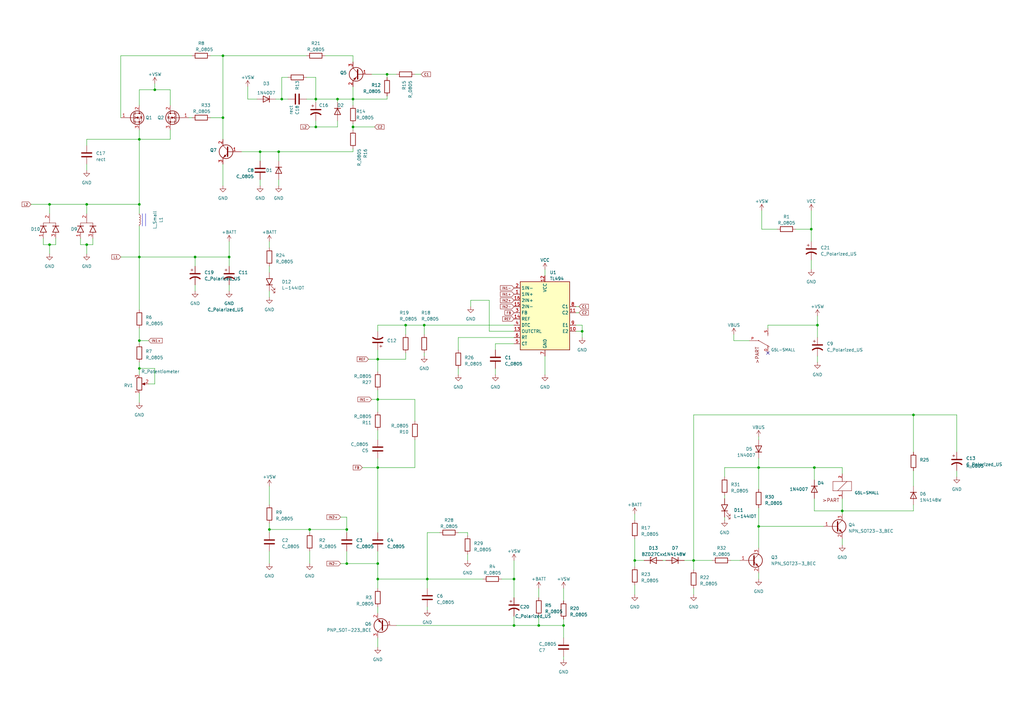
<source format=kicad_sch>
(kicad_sch (version 20230121) (generator eeschema)
  (paper "A3")
  (junction (at 345.44 209.55))
  (junction (at 284.48 229.87))
  (junction (at 110.49 217.17))
  (junction (at 35.56 83.82))
  (junction (at 129.54 52.07))
  (junction (at 106.68 62.23))
  (junction (at 154.94 231.14))
  (junction (at 175.26 237.49))
  (junction (at 129.54 40.64))
  (junction (at 91.44 48.26))
  (junction (at 335.28 133.35))
  (junction (at 260.35 229.87))
  (junction (at 138.43 40.64))
  (junction (at 57.15 105.41))
  (junction (at 210.82 237.49))
  (junction (at 231.14 256.54))
  (junction (at 115.57 40.64))
  (junction (at 210.82 256.54))
  (junction (at 35.56 100.33))
  (junction (at 332.74 93.98))
  (junction (at 220.98 256.54))
  (junction (at 114.3 62.23))
  (junction (at 311.15 215.9))
  (junction (at 144.78 52.07))
  (junction (at 63.5 36.83))
  (junction (at 57.15 139.7))
  (junction (at 20.32 83.82))
  (junction (at 154.94 163.83))
  (junction (at 154.94 147.32))
  (junction (at 91.44 22.86))
  (junction (at 20.32 100.33))
  (junction (at 158.75 30.48))
  (junction (at 57.15 57.15))
  (junction (at 154.94 191.77))
  (junction (at 144.78 40.64))
  (junction (at 142.24 217.17))
  (junction (at 374.65 170.18))
  (junction (at 80.01 105.41))
  (junction (at 127 217.17))
  (junction (at 142.24 231.14))
  (junction (at 154.94 237.49))
  (junction (at 334.01 191.77))
  (junction (at 93.98 105.41))
  (junction (at 311.15 191.77))
  (junction (at 57.15 83.82))
  (junction (at 238.76 135.89))
  (junction (at 173.99 133.35))
  (junction (at 166.37 133.35))
  (junction (at 57.15 151.13))
  (no_connect (at 314.96 144.78))
  (wire (pts (xy 175.26 241.3) (xy 175.26 237.49)))
  (wire (pts (xy 334.01 209.55) (xy 345.44 209.55)))
  (wire (pts (xy 20.32 100.33) (xy 20.32 104.14)))
  (wire (pts (xy 238.76 133.35) (xy 238.76 135.89)))
  (wire (pts (xy 312.42 93.98) (xy 318.77 93.98)))
  (wire (pts (xy 144.78 50.8) (xy 144.78 52.07)))
  (wire (pts (xy 144.78 52.07) (xy 144.78 53.34)))
  (wire (pts (xy 154.94 180.34) (xy 154.94 176.53)))
  (wire (pts (xy 144.78 62.23) (xy 114.3 62.23)))
  (wire (pts (xy 345.44 204.47) (xy 345.44 209.55)))
  (wire (pts (xy 311.15 208.28) (xy 311.15 215.9)))
  (wire (pts (xy 57.15 139.7) (xy 57.15 140.97)))
  (wire (pts (xy 238.76 135.89) (xy 238.76 138.43)))
  (wire (pts (xy 154.94 226.06) (xy 154.94 231.14)))
  (wire (pts (xy 154.94 248.92) (xy 154.94 251.46)))
  (wire (pts (xy 162.56 256.54) (xy 210.82 256.54)))
  (wire (pts (xy 191.77 218.44) (xy 191.77 219.71)))
  (wire (pts (xy 175.26 218.44) (xy 175.26 237.49)))
  (wire (pts (xy 311.15 191.77) (xy 334.01 191.77)))
  (wire (pts (xy 297.18 203.2) (xy 297.18 204.47)))
  (wire (pts (xy 93.98 105.41) (xy 80.01 105.41)))
  (wire (pts (xy 35.56 67.31) (xy 35.56 69.85)))
  (wire (pts (xy 78.74 48.26) (xy 77.47 48.26)))
  (wire (pts (xy -44.45 -17.78) (xy -40.64 -17.78)))
  (wire (pts (xy 311.15 191.77) (xy 311.15 187.96)))
  (wire (pts (xy 129.54 31.75) (xy 129.54 40.64)))
  (wire (pts (xy 127 217.17) (xy 110.49 217.17)))
  (wire (pts (xy 110.49 199.39) (xy 110.49 207.01)))
  (wire (pts (xy 129.54 52.07) (xy 138.43 52.07)))
  (wire (pts (xy 110.49 226.06) (xy 110.49 231.14)))
  (wire (pts (xy 203.2 140.97) (xy 203.2 143.51)))
  (wire (pts (xy 49.53 22.86) (xy 49.53 48.26)))
  (wire (pts (xy 106.68 62.23) (xy 114.3 62.23)))
  (wire (pts (xy 38.1 97.79) (xy 38.1 100.33)))
  (wire (pts (xy 144.78 40.64) (xy 158.75 40.64)))
  (wire (pts (xy 106.68 62.23) (xy 106.68 66.04)))
  (wire (pts (xy 91.44 22.86) (xy 125.73 22.86)))
  (wire (pts (xy 166.37 133.35) (xy 166.37 137.16)))
  (wire (pts (xy 154.94 191.77) (xy 148.59 191.77)))
  (wire (pts (xy 236.22 133.35) (xy 238.76 133.35)))
  (wire (pts (xy 187.96 218.44) (xy 191.77 218.44)))
  (wire (pts (xy 210.82 256.54) (xy 220.98 256.54)))
  (wire (pts (xy 22.86 100.33) (xy 20.32 100.33)))
  (wire (pts (xy 33.02 100.33) (xy 33.02 97.79)))
  (wire (pts (xy 175.26 237.49) (xy 198.12 237.49)))
  (wire (pts (xy 38.1 100.33) (xy 35.56 100.33)))
  (wire (pts (xy 311.15 224.79) (xy 311.15 215.9)))
  (wire (pts (xy 57.15 127) (xy 57.15 105.41)))
  (wire (pts (xy 154.94 237.49) (xy 154.94 231.14)))
  (wire (pts (xy 231.14 254) (xy 231.14 256.54)))
  (wire (pts (xy 154.94 147.32) (xy 154.94 143.51)))
  (wire (pts (xy 284.48 241.3) (xy 284.48 243.84)))
  (wire (pts (xy 127 52.07) (xy 129.54 52.07)))
  (wire (pts (xy 49.53 105.41) (xy 57.15 105.41)))
  (wire (pts (xy 93.98 105.41) (xy 93.98 109.22)))
  (wire (pts (xy -40.64 -24.13) (xy -40.64 -21.59)))
  (wire (pts (xy 20.32 87.63) (xy 20.32 83.82)))
  (wire (pts (xy -10.16 -21.59) (xy -10.16 -24.13)))
  (wire (pts (xy 91.44 22.86) (xy 86.36 22.86)))
  (wire (pts (xy 271.78 229.87) (xy 273.05 229.87)))
  (wire (pts (xy 154.94 261.62) (xy 154.94 265.43)))
  (wire (pts (xy 142.24 226.06) (xy 142.24 231.14)))
  (wire (pts (xy 220.98 241.3) (xy 220.98 245.11)))
  (wire (pts (xy 154.94 163.83) (xy 154.94 160.02)))
  (wire (pts (xy 129.54 41.91) (xy 129.54 40.64)))
  (wire (pts (xy 334.01 191.77) (xy 345.44 191.77)))
  (wire (pts (xy 374.65 170.18) (xy 284.48 170.18)))
  (wire (pts (xy 231.14 256.54) (xy 231.14 261.62)))
  (wire (pts (xy 335.28 146.05) (xy 335.28 148.59)))
  (wire (pts (xy 335.28 133.35) (xy 335.28 138.43)))
  (wire (pts (xy 154.94 147.32) (xy 166.37 147.32)))
  (wire (pts (xy 110.49 119.38) (xy 110.49 121.92)))
  (wire (pts (xy 106.68 73.66) (xy 106.68 76.2)))
  (wire (pts (xy 154.94 133.35) (xy 166.37 133.35)))
  (wire (pts (xy 91.44 67.31) (xy 91.44 76.2)))
  (wire (pts (xy 118.11 31.75) (xy 115.57 31.75)))
  (wire (pts (xy 129.54 40.64) (xy 138.43 40.64)))
  (wire (pts (xy 154.94 237.49) (xy 175.26 237.49)))
  (wire (pts (xy 114.3 66.04) (xy 114.3 62.23)))
  (wire (pts (xy 63.5 157.48) (xy 63.5 151.13)))
  (wire (pts (xy 203.2 151.13) (xy 203.2 153.67)))
  (wire (pts (xy 158.75 30.48) (xy 158.75 31.75)))
  (wire (pts (xy 78.74 22.86) (xy 49.53 22.86)))
  (wire (pts (xy 91.44 22.86) (xy 91.44 48.26)))
  (wire (pts (xy 154.94 152.4) (xy 154.94 147.32)))
  (wire (pts (xy 57.15 57.15) (xy 69.85 57.15)))
  (polyline (pts (xy 59.69 92.71) (xy 59.69 87.63)))
  (wire (pts (xy 63.5 151.13) (xy 57.15 151.13)))
  (wire (pts (xy 374.65 209.55) (xy 345.44 209.55)))
  (wire (pts (xy 35.56 83.82) (xy 57.15 83.82)))
  (wire (pts (xy 284.48 170.18) (xy 284.48 229.87)))
  (wire (pts (xy 297.18 191.77) (xy 311.15 191.77)))
  (wire (pts (xy 297.18 212.09) (xy 297.18 213.36)))
  (wire (pts (xy 144.78 22.86) (xy 144.78 25.4)))
  (wire (pts (xy 345.44 191.77) (xy 345.44 194.31)))
  (wire (pts (xy 57.15 148.59) (xy 57.15 151.13)))
  (wire (pts (xy 142.24 212.09) (xy 142.24 217.17)))
  (wire (pts (xy 284.48 229.87) (xy 284.48 233.68)))
  (wire (pts (xy 129.54 52.07) (xy 129.54 49.53)))
  (wire (pts (xy 93.98 99.06) (xy 93.98 105.41)))
  (wire (pts (xy 57.15 105.41) (xy 80.01 105.41)))
  (wire (pts (xy 114.3 73.66) (xy 114.3 76.2)))
  (wire (pts (xy 57.15 151.13) (xy 57.15 153.67)))
  (wire (pts (xy 127 218.44) (xy 127 217.17)))
  (wire (pts (xy 311.15 215.9) (xy 337.82 215.9)))
  (wire (pts (xy 80.01 105.41) (xy 80.01 109.22)))
  (wire (pts (xy 63.5 34.29) (xy 63.5 36.83)))
  (wire (pts (xy 110.49 109.22) (xy 110.49 111.76)))
  (wire (pts (xy 162.56 30.48) (xy 158.75 30.48)))
  (wire (pts (xy 191.77 227.33) (xy 191.77 229.87)))
  (wire (pts (xy 300.99 137.16) (xy 300.99 139.7)))
  (wire (pts (xy -15.24 -21.59) (xy -10.16 -21.59)))
  (wire (pts (xy 332.74 86.36) (xy 332.74 93.98)))
  (wire (pts (xy 152.4 30.48) (xy 158.75 30.48)))
  (wire (pts (xy 200.66 123.19) (xy 200.66 135.89)))
  (wire (pts (xy 20.32 100.33) (xy 17.78 100.33)))
  (wire (pts (xy 374.65 170.18) (xy 374.65 185.42)))
  (wire (pts (xy 284.48 229.87) (xy 292.1 229.87)))
  (wire (pts (xy 110.49 99.06) (xy 110.49 101.6)))
  (wire (pts (xy 144.78 60.96) (xy 144.78 62.23)))
  (wire (pts (xy 144.78 40.64) (xy 144.78 43.18)))
  (wire (pts (xy -15.24 -17.78) (xy -10.16 -17.78)))
  (wire (pts (xy 210.82 133.35) (xy 173.99 133.35)))
  (wire (pts (xy 173.99 133.35) (xy 173.99 137.16)))
  (wire (pts (xy 237.49 128.27) (xy 236.22 128.27)))
  (wire (pts (xy 91.44 48.26) (xy 91.44 57.15)))
  (wire (pts (xy 220.98 256.54) (xy 231.14 256.54)))
  (wire (pts (xy 127 217.17) (xy 142.24 217.17)))
  (wire (pts (xy 125.73 31.75) (xy 129.54 31.75)))
  (wire (pts (xy 101.6 40.64) (xy 105.41 40.64)))
  (wire (pts (xy 63.5 36.83) (xy 69.85 36.83)))
  (wire (pts (xy 311.15 179.07) (xy 311.15 180.34)))
  (wire (pts (xy 312.42 93.98) (xy 312.42 86.36)))
  (wire (pts (xy 35.56 83.82) (xy 35.56 87.63)))
  (wire (pts (xy 392.43 193.04) (xy 392.43 195.58)))
  (wire (pts (xy 332.74 106.68) (xy 332.74 110.49)))
  (wire (pts (xy 170.18 172.72) (xy 170.18 163.83)))
  (wire (pts (xy 139.7 231.14) (xy 142.24 231.14)))
  (wire (pts (xy 205.74 237.49) (xy 210.82 237.49)))
  (wire (pts (xy 345.44 220.98) (xy 345.44 223.52)))
  (wire (pts (xy 392.43 170.18) (xy 374.65 170.18)))
  (wire (pts (xy -10.16 -17.78) (xy -10.16 -13.97)))
  (wire (pts (xy 154.94 237.49) (xy 154.94 241.3)))
  (wire (pts (xy 210.82 140.97) (xy 203.2 140.97)))
  (wire (pts (xy 210.82 237.49) (xy 210.82 245.11)))
  (wire (pts (xy 151.13 147.32) (xy 154.94 147.32)))
  (wire (pts (xy 142.24 231.14) (xy 154.94 231.14)))
  (wire (pts (xy 314.96 133.35) (xy 335.28 133.35)))
  (wire (pts (xy 142.24 217.17) (xy 142.24 218.44)))
  (wire (pts (xy 99.06 62.23) (xy 106.68 62.23)))
  (wire (pts (xy 60.96 157.48) (xy 63.5 157.48)))
  (wire (pts (xy 35.56 100.33) (xy 35.56 104.14)))
  (wire (pts (xy 187.96 138.43) (xy 187.96 143.51)))
  (wire (pts (xy 133.35 22.86) (xy 144.78 22.86)))
  (wire (pts (xy 326.39 93.98) (xy 332.74 93.98)))
  (wire (pts (xy 260.35 229.87) (xy 264.16 229.87)))
  (wire (pts (xy 138.43 40.64) (xy 144.78 40.64)))
  (wire (pts (xy 138.43 41.91) (xy 138.43 40.64)))
  (wire (pts (xy 86.36 48.26) (xy 91.44 48.26)))
  (wire (pts (xy 154.94 163.83) (xy 152.4 163.83)))
  (wire (pts (xy 154.94 168.91) (xy 154.94 163.83)))
  (wire (pts (xy 154.94 191.77) (xy 154.94 187.96)))
  (wire (pts (xy 220.98 252.73) (xy 220.98 256.54)))
  (wire (pts (xy -40.64 -17.78) (xy -40.64 -13.97)))
  (wire (pts (xy 335.28 133.35) (xy 335.28 129.54)))
  (wire (pts (xy 80.01 116.84) (xy 80.01 119.38)))
  (wire (pts (xy 237.49 125.73) (xy 236.22 125.73)))
  (wire (pts (xy 57.15 53.34) (xy 57.15 57.15)))
  (wire (pts (xy 138.43 52.07) (xy 138.43 49.53)))
  (wire (pts (xy 57.15 57.15) (xy 57.15 83.82)))
  (wire (pts (xy 260.35 210.82) (xy 260.35 213.36)))
  (wire (pts (xy 57.15 134.62) (xy 57.15 139.7)))
  (wire (pts (xy 22.86 97.79) (xy 22.86 100.33)))
  (wire (pts (xy 115.57 40.64) (xy 118.11 40.64)))
  (wire (pts (xy 187.96 151.13) (xy 187.96 153.67)))
  (wire (pts (xy 158.75 39.37) (xy 158.75 40.64)))
  (wire (pts (xy 144.78 35.56) (xy 144.78 40.64)))
  (wire (pts (xy 311.15 234.95) (xy 311.15 237.49)))
  (wire (pts (xy 236.22 135.89) (xy 238.76 135.89)))
  (wire (pts (xy 299.72 229.87) (xy 303.53 229.87)))
  (wire (pts (xy 223.52 110.49) (xy 223.52 113.03)))
  (wire (pts (xy 57.15 36.83) (xy 57.15 43.18)))
  (wire (pts (xy 180.34 218.44) (xy 175.26 218.44)))
  (wire (pts (xy 260.35 229.87) (xy 260.35 232.41)))
  (wire (pts (xy 374.65 207.01) (xy 374.65 209.55)))
  (wire (pts (xy 332.74 93.98) (xy 332.74 99.06)))
  (wire (pts (xy -40.64 -21.59) (xy -44.45 -21.59)))
  (wire (pts (xy 154.94 218.44) (xy 154.94 191.77)))
  (wire (pts (xy 231.14 270.51) (xy 231.14 269.24)))
  (wire (pts (xy 93.98 116.84) (xy 93.98 119.38)))
  (wire (pts (xy 170.18 163.83) (xy 154.94 163.83)))
  (wire (pts (xy 154.94 135.89) (xy 154.94 133.35)))
  (wire (pts (xy 110.49 217.17) (xy 110.49 218.44)))
  (wire (pts (xy 210.82 229.87) (xy 210.82 237.49)))
  (wire (pts (xy 115.57 40.64) (xy 115.57 31.75)))
  (wire (pts (xy 60.96 139.7) (xy 57.15 139.7)))
  (wire (pts (xy 127 226.06) (xy 127 231.14)))
  (wire (pts (xy 392.43 170.18) (xy 392.43 185.42)))
  (wire (pts (xy 193.04 123.19) (xy 200.66 123.19)))
  (wire (pts (xy 17.78 100.33) (xy 17.78 97.79)))
  (wire (pts (xy 110.49 214.63) (xy 110.49 217.17)))
  (wire (pts (xy 154.94 191.77) (xy 170.18 191.77)))
  (wire (pts (xy 101.6 35.56) (xy 101.6 40.64)))
  (wire (pts (xy 12.7 83.82) (xy 20.32 83.82)))
  (wire (pts (xy 223.52 146.05) (xy 223.52 153.67)))
  (wire (pts (xy 175.26 248.92) (xy 175.26 250.19)))
  (wire (pts (xy 200.66 135.89) (xy 210.82 135.89)))
  (wire (pts (xy 297.18 195.58) (xy 297.18 191.77)))
  (wire (pts (xy 345.44 209.55) (xy 345.44 210.82)))
  (wire (pts (xy 139.7 212.09) (xy 142.24 212.09)))
  (wire (pts (xy 35.56 100.33) (xy 33.02 100.33)))
  (wire (pts (xy 311.15 191.77) (xy 311.15 200.66)))
  (wire (pts (xy 374.65 193.04) (xy 374.65 199.39)))
  (wire (pts (xy 170.18 30.48) (xy 172.72 30.48)))
  (wire (pts (xy 35.56 57.15) (xy 35.56 59.69)))
  (polyline (pts (xy 58.42 92.71) (xy 58.42 87.63)))
  (wire (pts (xy 113.03 40.64) (xy 115.57 40.64)))
  (wire (pts (xy 300.99 139.7) (xy 307.34 139.7)))
  (wire (pts (xy 193.04 125.73) (xy 193.04 123.19)))
  (wire (pts (xy 173.99 144.78) (xy 173.99 146.05)))
  (wire (pts (xy 210.82 138.43) (xy 187.96 138.43)))
  (wire (pts (xy 57.15 161.29) (xy 57.15 165.1)))
  (wire (pts (xy 57.15 36.83) (xy 63.5 36.83)))
  (wire (pts (xy 314.96 133.35) (xy 314.96 134.62)))
  (wire (pts (xy 280.67 229.87) (xy 284.48 229.87)))
  (wire (pts (xy 231.14 241.3) (xy 231.14 246.38)))
  (wire (pts (xy 260.35 240.03) (xy 260.35 243.84)))
  (wire (pts (xy 173.99 133.35) (xy 166.37 133.35)))
  (wire (pts (xy 166.37 144.78) (xy 166.37 147.32)))
  (wire (pts (xy 334.01 204.47) (xy 334.01 209.55)))
  (wire (pts (xy 20.32 83.82) (xy 35.56 83.82)))
  (wire (pts (xy 69.85 36.83) (xy 69.85 43.18)))
  (wire (pts (xy 334.01 191.77) (xy 334.01 196.85)))
  (wire (pts (xy 57.15 92.71) (xy 57.15 105.41)))
  (wire (pts (xy 144.78 52.07) (xy 153.67 52.07)))
  (wire (pts (xy 210.82 252.73) (xy 210.82 256.54)))
  (wire (pts (xy 125.73 40.64) (xy 129.54 40.64)))
  (wire (pts (xy 260.35 220.98) (xy 260.35 229.87)))
  (wire (pts (xy 170.18 180.34) (xy 170.18 191.77)))
  (wire (pts (xy 57.15 83.82) (xy 57.15 87.63)))
  (wire (pts (xy 35.56 57.15) (xy 57.15 57.15)))
  (wire (pts (xy 69.85 57.15) (xy 69.85 53.34)))
  (global_label "L2" (shape input) (at 127 52.07 180) (effects (font (size 1 1))) (property "Intersheetrefs" "${INTERSHEET_REFS}" (effects hide)))
  (global_label "C1" (shape input) (at 172.72 30.48 0) (effects (font (size 1 1))) (property "Intersheetrefs" "${INTERSHEET_REFS}" (effects hide)))
  (global_label "L2" (shape input) (at 12.7 83.82 180) (effects (font (size 1 1))) (property "Intersheetrefs" "${INTERSHEET_REFS}" (effects hide)))
  (global_label "C1" (shape input) (at 237.49 125.73 0) (effects (font (size 1 1))) (property "Intersheetrefs" "${INTERSHEET_REFS}" (effects hide)))
  (global_label "IN2+" (shape input) (at 139.7 212.09 180) (effects (font (size 1 1))) (property "Intersheetrefs" "${INTERSHEET_REFS}" (effects hide)))
  (global_label "IN1+" (shape input) (at 60.96 139.7 0) (effects (font (size 1 1))) (property "Intersheetrefs" "${INTERSHEET_REFS}" (effects hide)))
  (global_label "IN2+" (shape input) (at 210.82 123.19 180) (effects (font (size 1 1))) (property "Intersheetrefs" "${INTERSHEET_REFS}" (effects hide)))
  (global_label "IN1-" (shape input) (at 210.82 118.11 180) (effects (font (size 1 1))) (property "Intersheetrefs" "${INTERSHEET_REFS}" (effects hide)))
  (global_label "L1" (shape input) (at 49.53 105.41 180) (effects (font (size 1 1))) (property "Intersheetrefs" "${INTERSHEET_REFS}" (effects hide)))
  (global_label "REF" (shape input) (at 151.13 147.32 180) (effects (font (size 1 1))) (property "Intersheetrefs" "${INTERSHEET_REFS}" (effects hide)))
  (global_label "FB" (shape input) (at 210.82 128.27 180) (effects (font (size 1 1))) (property "Intersheetrefs" "${INTERSHEET_REFS}" (effects hide)))
  (global_label "C2" (shape input) (at 153.67 52.07 0) (effects (font (size 1 1))) (property "Intersheetrefs" "${INTERSHEET_REFS}" (effects hide)))
  (global_label "C2" (shape input) (at 237.49 128.27 0) (effects (font (size 1 1))) (property "Intersheetrefs" "${INTERSHEET_REFS}" (effects hide)))
  (global_label "IN2-" (shape input) (at 139.7 231.14 180) (effects (font (size 1 1))) (property "Intersheetrefs" "${INTERSHEET_REFS}" (effects hide)))
  (global_label "IN1-" (shape input) (at 152.4 163.83 180) (effects (font (size 1 1))) (property "Intersheetrefs" "${INTERSHEET_REFS}" (effects hide)))
  (global_label "REF" (shape input) (at 210.82 130.81 180) (effects (font (size 1 1))) (property "Intersheetrefs" "${INTERSHEET_REFS}" (effects hide)))
  (global_label "IN1+" (shape input) (at 210.82 120.65 180) (effects (font (size 1 1))) (property "Intersheetrefs" "${INTERSHEET_REFS}" (effects hide)))
  (global_label "IN2-" (shape input) (at 210.82 125.73 180) (effects (font (size 1 1))) (property "Intersheetrefs" "${INTERSHEET_REFS}" (effects hide)))
  (global_label "FB" (shape input) (at 148.59 191.77 180) (effects (font (size 1 1))) (property "Intersheetrefs" "${INTERSHEET_REFS}" (effects hide)))
  (symbol (lib_id "1-Resistor:R_0805") (at 154.94 156.21 180) (unit 1)
    (property "Reference" "R27" (at 152.4 156.845 0) (effects (justify left)))
    (property "Value" "R_0805" (at 152.4 154.305 0) (effects (justify left)))
    (property "Footprint" "1-Resistor:R_0805_2012Metric" (effects hide))
  )
  (symbol (lib_id "1-Capacitor:C_0805") (at 203.2 147.32 0) (unit 1)
    (property "Reference" "C1" (at 207.01 146.685 0) (effects (justify left)))
    (property "Value" "C_0805" (at 207.01 149.225 0) (effects (justify left)))
    (property "Footprint" "1-Capacitor:C_0805_2012Metric" (effects hide))
  )
  (symbol (lib_id "power:GND") (at 203.2 153.67 0) (unit 1)
    (property "Reference" "#PWR03" (effects hide))
    (property "Value" "GND" (at 203.2 158.75 0))
  )
  (symbol (lib_id "1-Pad:PAD_2.0_1.1") (at -46.99 -17.78 0) (unit 1)
    (property "Reference" "PAD2" (at -46.99 -19.05 0))
    (property "Value" "PAD_2.0_1.1" (effects hide))
    (property "Footprint" "1-Pad:PAD_2.0_1.1" (effects hide))
  )
  (symbol (lib_id "power:GND") (at 311.15 237.49 0) (unit 1)
    (property "Reference" "#PWR013" (effects hide))
    (property "Value" "GND" (at 311.15 242.57 0))
  )
  (symbol (lib_id "Device:C_Polarized_US") (at 332.74 102.87 0) (unit 1)
    (property "Reference" "C21" (at 336.55 101.6 0) (effects (justify left)))
    (property "Value" "C_Polarized_US" (at 336.55 104.14 0) (effects (justify left)))
    (property "Footprint" "Capacitor_THT:CP_Radial_D6.3mm_P2.50mm" (effects hide))
  )
  (symbol (lib_id "power:GND") (at 91.44 76.2 0) (unit 1)
    (property "Reference" "#PWR044" (effects hide))
    (property "Value" "GND" (at 91.44 81.28 0))
  )
  (symbol (lib_id "1-Resistor:R_0805") (at 201.93 237.49 270) (unit 1)
    (property "Reference" "R4" (at 201.93 232.41 90))
    (property "Value" "R_0805" (at 201.93 234.95 90))
    (property "Footprint" "1-Resistor:R_0805_2012Metric" (effects hide))
  )
  (symbol (lib_id "Device:C_Polarized_US") (at 129.54 45.72 0) (unit 1)
    (property "Reference" "C16" (at 130.81 43.18 0) (effects (justify left)))
    (property "Value" "C_Polarized_US" (effects hide))
    (property "Footprint" "Capacitor_THT:CP_Radial_D5.0mm_P2.50mm" (effects hide))
  )
  (symbol (lib_id "1-Resistor:R_0805") (at 173.99 140.97 0) (unit 1)
    (property "Reference" "R18" (at 172.72 128.27 0) (effects (justify left)))
    (property "Value" "R_0805" (at 172.72 130.81 0) (effects (justify left)))
    (property "Footprint" "1-Resistor:R_0805_2012Metric" (effects hide))
  )
  (symbol (lib_id "1-Transistor:75NF75_TO-220") (at 55.88 48.26 0) (unit 1)
    (property "Reference" "Q1" (at 59.69 48.26 0) (effects (justify left)))
    (property "Value" "75NF75_TO-220" (effects hide))
    (property "Footprint" "1-Package_TO_SOT_THT:TO-220-3_Vertical" (effects hide))
    (property "Datasheet" "https://www.st.com/resource/en/datasheet/stb75nf75.pdf" (effects hide))
  )
  (symbol (lib_id "Diode:1N4007") (at 109.22 40.64 180) (unit 1)
    (property "Reference" "D3" (at 109.22 34.29 0))
    (property "Value" "1N4007" (at 109.22 38.1 0))
    (property "Footprint" "Diode_THT:D_DO-41_SOD81_P10.16mm_Horizontal" (effects hide))
    (property "Datasheet" "http://www.vishay.com/docs/88503/1n4001.pdf" (effects hide))
    (property "Sim.Device" "D" (effects hide))
    (property "Sim.Pins" "1=K 2=A" (effects hide))
  )
  (symbol (lib_id "power:GND") (at 193.04 125.73 0) (unit 1)
    (property "Reference" "#PWR025" (effects hide))
    (property "Value" "GND" (at 193.04 130.81 0))
  )
  (symbol (lib_id "power:GND") (at 260.35 243.84 0) (unit 1)
    (property "Reference" "#PWR011" (effects hide))
    (property "Value" "GND" (at 260.35 248.92 0))
  )
  (symbol (lib_id "1-Resistor:R_0805") (at 154.94 172.72 180) (unit 1)
    (property "Reference" "R11" (at 152.4 173.355 0) (effects (justify left)))
    (property "Value" "R_0805" (at 152.4 170.815 0) (effects (justify left)))
    (property "Footprint" "1-Resistor:R_0805_2012Metric" (effects hide))
  )
  (symbol (lib_id "Device:C_Polarized_US") (at 93.98 113.03 0) (unit 1)
    (property "Reference" "C11" (at 97.79 111.76 0) (effects (justify left)))
    (property "Value" "C_Polarized_US" (at 85.09 127 0) (effects (justify left)))
    (property "Footprint" "Capacitor_THT:CP_Radial_D10.0mm_P5.00mm" (effects hide))
  )
  (symbol (lib_id "1-Resistor:R_0805") (at 154.94 245.11 180) (unit 1)
    (property "Reference" "R3" (at 149.86 245.11 0) (effects (justify right)))
    (property "Value" "R_0805" (at 146.05 247.65 0) (effects (justify right)))
    (property "Footprint" "1-Resistor:R_0805_2012Metric" (effects hide))
  )
  (symbol (lib_id "1-Resistor:R_0805") (at 374.65 189.23 0) (unit 1)
    (property "Reference" "R25" (at 377.19 188.595 0) (effects (justify left)))
    (property "Value" "R_0805" (at 396.24 191.135 0) (effects (justify left)))
    (property "Footprint" "1-Resistor:R_0805_2012Metric" (effects hide))
  )
  (symbol (lib_id "1-Resistor:R_0805") (at 260.35 236.22 180) (unit 1)
    (property "Reference" "R23" (at 262.89 235.585 0) (effects (justify right)))
    (property "Value" "R_0805" (at 262.89 238.125 0) (effects (justify right)))
    (property "Footprint" "1-Resistor:R_0805_2012Metric" (effects hide))
  )
  (symbol (lib_id "power:+BATT") (at -10.16 -24.13 0) (mirror y) (unit 1)
    (property "Reference" "#PWR035" (effects hide))
    (property "Value" "+BATT" (at -10.16 -27.94 0))
  )
  (symbol (lib_id "Device:L_Small") (at 57.15 90.17 0) (unit 1)
    (property "Reference" "L1" (at 66.04 90.17 90))
    (property "Value" "L_Small" (at 63.5 90.17 90))
    (property "Footprint" "Inductor_THT:L_Toroid_Vertical_L33.0mm_W17.8mm_P12.70mm_Pulse_KM-5" (effects hide))
  )
  (symbol (lib_id "1-Transistor:NPN_SOT23-3_BEC") (at 309.88 229.87 0) (unit 1)
    (property "Reference" "Q3" (at 316.23 228.6 0) (effects (justify left)))
    (property "Value" "NPN_SOT23-3_BEC" (at 316.23 231.14 0) (effects (justify left)))
    (property "Footprint" "1-Transistor:SOT-23-BEC" (effects hide))
  )
  (symbol (lib_id "1-Transistor:PNP_SOT-223_BCE") (at 157.48 256.54 180) (unit 1)
    (property "Reference" "Q6" (at 152.4 255.905 0) (effects (justify left)))
    (property "Value" "PNP_SOT-223_BCE" (at 152.4 258.445 0) (effects (justify left)))
    (property "Footprint" "1-Transistor:SOT-23-BEC" (effects hide))
  )
  (symbol (lib_id "1-Capacitor:C_0805") (at 142.24 222.25 0) (unit 1)
    (property "Reference" "C3" (at 146.05 221.615 0) (effects (justify left)))
    (property "Value" "C_0805" (at 146.05 224.155 0) (effects (justify left)))
    (property "Footprint" "1-Capacitor:C_0805_2012Metric" (effects hide))
  )
  (symbol (lib_id "1-Resistor:R_0805") (at 57.15 144.78 0) (unit 1)
    (property "Reference" "R7" (at 59.69 144.145 0) (effects (justify left)))
    (property "Value" "R_0805" (at 59.69 146.685 0) (effects (justify left)))
    (property "Footprint" "1-Resistor:R_0805_2012Metric" (effects hide))
  )
  (symbol (lib_id "1-Transistor:PNP_SOT-223_BCE") (at 147.32 30.48 0) (mirror y) (unit 1)
    (property "Reference" "Q5" (at 142.24 29.845 0) (effects (justify left)))
    (property "Value" "PNP_SOT-223_BCE" (effects hide))
    (property "Footprint" "1-Transistor:SOT-23-BEC" (effects hide))
  )
  (symbol (lib_id "1-Resistor:R_0805") (at 187.96 147.32 0) (unit 1)
    (property "Reference" "R26" (at 190.5 146.685 0) (effects (justify left)))
    (property "Value" "R_0805" (at 190.5 149.225 0) (effects (justify left)))
    (property "Footprint" "1-Resistor:R_0805_2012Metric" (effects hide))
  )
  (symbol (lib_id "power:+VSW") (at 210.82 229.87 0) (unit 1)
    (property "Reference" "#PWR030" (effects hide))
    (property "Value" "+VSW" (at 210.82 226.06 0))
  )
  (symbol (lib_id "power:GND") (at 297.18 213.36 0) (unit 1)
    (property "Reference" "#PWR038" (effects hide))
    (property "Value" "GND" (at 297.18 218.44 0))
  )
  (symbol (lib_id "1-Transistor:75NF75_TO-220") (at 71.12 48.26 0) (mirror y) (unit 1)
    (property "Reference" "Q2" (at 67.31 48.26 0) (effects (justify left)))
    (property "Value" "75NF75_TO-220" (effects hide))
    (property "Footprint" "1-Package_TO_SOT_THT:TO-220-3_Vertical" (effects hide))
    (property "Datasheet" "https://www.st.com/resource/en/datasheet/stb75nf75.pdf" (effects hide))
  )
  (symbol (lib_id "1-Resistor:R_0805") (at 82.55 22.86 270) (mirror x) (unit 1)
    (property "Reference" "R8" (at 82.55 17.78 90))
    (property "Value" "R_0805" (at 83.82 20.32 90))
    (property "Footprint" "1-Resistor:R_0805_2012Metric" (effects hide))
  )
  (symbol (lib_id "power:GND") (at 110.49 121.92 0) (mirror y) (unit 1)
    (property "Reference" "#PWR09" (effects hide))
    (property "Value" "GND" (at 110.49 127 0))
  )
  (symbol (lib_id "Diode:1N4148W") (at 276.86 229.87 180) (unit 1)
    (property "Reference" "D7" (at 276.86 224.79 0))
    (property "Value" "1N4148W" (at 276.86 227.33 0))
    (property "Footprint" "Diode_SMD:D_SOD-123" (effects hide))
    (property "Datasheet" "https://www.vishay.com/docs/85748/1n4148w.pdf" (effects hide))
    (property "Sim.Device" "D" (effects hide))
    (property "Sim.Pins" "1=K 2=A" (effects hide))
  )
  (symbol (lib_id "1-Capacitor:C_0805") (at 106.68 69.85 0) (mirror y) (unit 1)
    (property "Reference" "C8" (at 104.14 69.85 0) (effects (justify left)))
    (property "Value" "C_0805" (at 104.14 72.39 0) (effects (justify left)))
    (property "Footprint" "1-Capacitor:C_0805_2012Metric" (effects hide))
  )
  (symbol (lib_id "power:VCC") (at 223.52 110.49 0) (unit 1)
    (property "Reference" "#PWR024" (effects hide))
    (property "Value" "VCC" (at 223.52 106.68 0))
  )
  (symbol (lib_id "power:GND") (at -40.64 -13.97 0) (mirror y) (unit 1)
    (property "Reference" "#PWR034" (effects hide))
    (property "Value" "GND" (at -40.64 -8.89 0))
  )
  (symbol (lib_id "1-Resistor:R_0805") (at 110.49 105.41 180) (unit 1)
    (property "Reference" "R24" (at 113.03 104.775 0) (effects (justify right)))
    (property "Value" "R_0805" (at 113.03 107.315 0) (effects (justify right)))
    (property "Footprint" "1-Resistor:R_0805_2012Metric" (effects hide))
  )
  (symbol (lib_id "1-Resistor:R_Axial_DIN0414_L11.9mm_D4.5mm_P15.24mm_Horizontal_1W") (at 121.92 31.75 90) (unit 1)
    (property "Reference" "R13" (at 121.92 33.02 0) (effects (justify right)))
    (property "Value" "R_Axial_DIN0414_L11.9mm_D4.5mm_P15.24mm_Horizontal_1W" (effects hide))
    (property "Footprint" "1-Resistor:R_Axial_DIN0414_L11.9mm_D4.5mm_P15.24mm_Horizontal_1W" (effects hide))
  )
  (symbol (lib_id "power:GND") (at 238.76 138.43 0) (unit 1)
    (property "Reference" "#PWR021" (effects hide))
    (property "Value" "GND" (at 238.76 143.51 0))
  )
  (symbol (lib_id "1-Transistor:PXT2222A_SOT-89") (at 93.98 62.23 0) (mirror y) (unit 1)
    (property "Reference" "Q7" (at 88.9 61.595 0) (effects (justify left)))
    (property "Value" "PXT2222A_SOT-89" (effects hide))
    (property "Footprint" "1-Package_TO_SOT_SMD:SOT-89-3" (effects hide))
  )
  (symbol (lib_id "power:GND") (at 392.43 195.58 0) (unit 1)
    (property "Reference" "#PWR049" (effects hide))
    (property "Value" "GND" (at 392.43 200.66 0))
  )
  (symbol (lib_id "1-Resistor:R_0805") (at 144.78 57.15 0) (mirror x) (unit 1)
    (property "Reference" "R16" (at 149.86 60.96 90) (effects (justify left)))
    (property "Value" "R_0805" (at 147.32 60.96 90) (effects (justify left)))
    (property "Footprint" "1-Resistor:R_0805_2012Metric" (effects hide))
  )
  (symbol (lib_id "power:VCC") (at 332.74 86.36 0) (unit 1)
    (property "Reference" "#PWR027" (effects hide))
    (property "Value" "VCC" (at 332.74 82.55 0))
  )
  (symbol (lib_id "power:GND") (at 80.01 119.38 0) (mirror y) (unit 1)
    (property "Reference" "#PWR06" (effects hide))
    (property "Value" "GND" (at 80.01 124.46 0))
  )
  (symbol (lib_id "power:GND") (at 154.94 265.43 0) (unit 1)
    (property "Reference" "#PWR016" (effects hide))
    (property "Value" "GND" (at 154.94 270.51 0))
  )
  (symbol (lib_id "1-Resistor:R_0805") (at 166.37 30.48 90) (mirror x) (unit 1)
    (property "Reference" "R15" (at 165.735 33.02 0) (effects (justify left)))
    (property "Value" "R_0805" (at 168.275 33.02 0) (effects (justify left)))
    (property "Footprint" "1-Resistor:R_0805_2012Metric" (effects hide))
  )
  (symbol (lib_id "power:+VSW") (at 335.28 129.54 0) (unit 1)
    (property "Reference" "#PWR026" (effects hide))
    (property "Value" "+VSW" (at 335.28 125.73 0))
  )
  (symbol (lib_id "power:GND") (at 332.74 110.49 0) (unit 1)
    (property "Reference" "#PWR029" (effects hide))
    (property "Value" "GND" (at 332.74 115.57 0))
  )
  (symbol (lib_id "power:+BATT") (at 260.35 210.82 0) (mirror y) (unit 1)
    (property "Reference" "#PWR010" (effects hide))
    (property "Value" "+BATT" (at 260.35 207.01 0))
  )
  (symbol (lib_id "Device:C_Polarized_US") (at 392.43 189.23 0) (unit 1)
    (property "Reference" "C13" (at 396.24 187.96 0) (effects (justify left)))
    (property "Value" "C_Polarized_US" (at 396.24 190.5 0) (effects (justify left)))
    (property "Footprint" "Capacitor_THT:CP_Radial_D5.0mm_P2.50mm" (effects hide))
  )
  (symbol (lib_id "power:GND") (at 57.15 165.1 0) (unit 1)
    (property "Reference" "#PWR04" (effects hide))
    (property "Value" "GND" (at 57.15 170.18 0))
  )
  (symbol (lib_id "1-Capacitor:C_0805") (at 154.94 222.25 180) (unit 1)
    (property "Reference" "C4" (at 158.75 221.615 0) (effects (justify right)))
    (property "Value" "C_0805" (at 158.75 224.155 0) (effects (justify right)))
    (property "Footprint" "1-Capacitor:C_0805_2012Metric" (effects hide))
  )
  (symbol (lib_id "1-Resistor:R_0805") (at 144.78 46.99 180) (unit 1)
    (property "Reference" "R14" (at 146.05 45.72 0) (effects (justify right)))
    (property "Value" "R_0805" (at 146.05 48.26 0) (effects (justify right)))
    (property "Footprint" "1-Resistor:R_0805_2012Metric" (effects hide))
  )
  (symbol (lib_id "Diode:1N4007") (at 311.15 184.15 90) (unit 1)
    (property "Reference" "D5" (at 308.61 184.15 90) (effects (justify left)))
    (property "Value" "1N4007" (at 309.88 186.69 90) (effects (justify left)))
    (property "Footprint" "Diode_THT:D_DO-41_SOD81_P10.16mm_Horizontal" (effects hide))
    (property "Datasheet" "http://www.vishay.com/docs/88503/1n4001.pdf" (effects hide))
    (property "Sim.Device" "D" (effects hide))
    (property "Sim.Pins" "1=K 2=A" (effects hide))
  )
  (symbol (lib_id "power:GND") (at -10.16 -13.97 0) (mirror y) (unit 1)
    (property "Reference" "#PWR036" (effects hide))
    (property "Value" "GND" (at -10.16 -8.89 0))
  )
  (symbol (lib_id "power:VBUS") (at -40.64 -24.13 0) (unit 1)
    (property "Reference" "#PWR033" (effects hide))
    (property "Value" "VBUS" (at -40.64 -27.94 0))
  )
  (symbol (lib_id "1-Transistor:NPN_SOT23-3_BEC") (at 344.17 215.9 0) (unit 1)
    (property "Reference" "Q4" (at 347.98 215.265 0) (effects (justify left)))
    (property "Value" "NPN_SOT23-3_BEC" (at 347.98 217.805 0) (effects (justify left)))
    (property "Footprint" "1-Transistor:SOT-23-BEC" (effects hide))
  )
  (symbol (lib_id "power:VBUS") (at 311.15 179.07 0) (unit 1)
    (property "Reference" "#PWR032" (effects hide))
    (property "Value" "VBUS" (at 311.15 175.26 0))
  )
  (symbol (lib_id "power:+VSW") (at 110.49 199.39 0) (unit 1)
    (property "Reference" "#PWR020" (effects hide))
    (property "Value" "+VSW" (at 110.49 195.58 0))
  )
  (symbol (lib_id "1-Resistor:R_0805") (at 295.91 229.87 270) (unit 1)
    (property "Reference" "R32" (at 295.91 224.79 90))
    (property "Value" "R_0805" (at 295.91 227.33 90))
    (property "Footprint" "1-Resistor:R_0805_2012Metric" (effects hide))
  )
  (symbol (lib_id "power:GND") (at 191.77 229.87 0) (unit 1)
    (property "Reference" "#PWR047" (effects hide))
    (property "Value" "GND" (at 191.77 234.95 0))
  )
  (symbol (lib_id "1-Resistor:R_Potentiometer") (at 57.15 157.48 0) (mirror x) (unit 1)
    (property "Reference" "RV1" (at 54.61 158.115 0) (effects (justify right)))
    (property "Value" "R_Potentiometer" (at 73.66 152.4 0) (effects (justify right)))
    (property "Footprint" "1-Resistor:Potentiometer_Vishay_T73YP_Vertical" (effects hide))
  )
  (symbol (lib_id "1-Resistor:R_0805") (at 184.15 218.44 90) (unit 1)
    (property "Reference" "R28" (at 184.15 213.36 90))
    (property "Value" "R_0805" (at 184.15 215.9 90))
    (property "Footprint" "1-Resistor:R_0805_2012Metric" (effects hide))
  )
  (symbol (lib_id "power:GND") (at 93.98 119.38 0) (mirror y) (unit 1)
    (property "Reference" "#PWR05" (effects hide))
    (property "Value" "GND" (at 93.98 124.46 0))
  )
  (symbol (lib_id "1-Resistor:R_0805") (at 129.54 22.86 90) (mirror x) (unit 1)
    (property "Reference" "R21" (at 129.54 17.78 90))
    (property "Value" "R_0805" (at 129.54 20.32 90))
    (property "Footprint" "1-Resistor:R_0805_2012Metric" (effects hide))
  )
  (symbol (lib_id "1-Led:LED_Rect") (at 110.49 115.57 90) (unit 1)
    (property "Reference" "D12" (at 115.57 115.57 90) (effects (justify right)))
    (property "Value" "L-144IDT" (at 115.57 118.11 90) (effects (justify right)))
    (property "Footprint" "1-Led:LED_3.9x1.9mm" (effects hide))
    (property "Datasheet" "https://www.tme.com/pe/es/details/l-144idt/diodos-led-tht-rectangulares/kingbright-electronic/" (effects hide))
  )
  (symbol (lib_id "1-Resistor:R_0805") (at 284.48 237.49 0) (unit 1)
    (property "Reference" "R22" (at 287.02 236.855 0) (effects (justify left)))
    (property "Value" "R_0805" (at 287.02 239.395 0) (effects (justify left)))
    (property "Footprint" "1-Resistor:R_0805_2012Metric" (effects hide))
  )
  (symbol (lib_id "Diode:1N4148W") (at 114.3 69.85 90) (mirror x) (unit 1)
    (property "Reference" "D1" (at 111.76 69.85 90) (effects (justify left)))
    (property "Value" "1N4148W" (effects hide))
    (property "Footprint" "Diode_SMD:D_SOD-123" (effects hide))
    (property "Datasheet" "https://www.vishay.com/docs/85748/1n4148w.pdf" (effects hide))
    (property "Sim.Device" "D" (effects hide))
    (property "Sim.Pins" "1=K 2=A" (effects hide))
  )
  (symbol (lib_id "1-Resistor:R_0805") (at 127 222.25 180) (unit 1)
    (property "Reference" "R2" (at 130.81 221.615 0) (effects (justify right)))
    (property "Value" "R_0805" (at 130.81 224.155 0) (effects (justify right)))
    (property "Footprint" "1-Resistor:R_0805_2012Metric" (effects hide))
  )
  (symbol (lib_id "Diode:BZD27Cxx") (at 267.97 229.87 0) (unit 1)
    (property "Reference" "D13" (at 267.97 224.79 0))
    (property "Value" "BZD27Cxx" (at 267.97 227.33 0))
    (property "Footprint" "Diode_SMD:D_SMF" (effects hide))
    (property "Datasheet" "https://www.vishay.com/docs/85153/bzd27series.pdf" (effects hide))
  )
  (symbol (lib_id "1-Pad:PAD_2.0_1.1") (at -17.78 -17.78 0) (unit 1)
    (property "Reference" "PAD4" (at -17.78 -19.05 0))
    (property "Value" "PAD_2.0_1.1" (effects hide))
    (property "Footprint" "1-Pad:PAD_2.0_1.1" (effects hide))
  )
  (symbol (lib_id "1-Resistor:R_0805") (at 82.55 48.26 270) (unit 1)
    (property "Reference" "R33" (at 86.36 43.18 90) (effects (justify right)))
    (property "Value" "R_0805" (at 86.36 45.72 90) (effects (justify right)))
    (property "Footprint" "1-Resistor:R_0805_2012Metric" (effects hide))
  )
  (symbol (lib_id "power:VBUS") (at 300.99 137.16 0) (unit 1)
    (property "Reference" "#PWR017" (effects hide))
    (property "Value" "VBUS" (at 300.99 133.35 0))
  )
  (symbol (lib_id "power:+BATT") (at 93.98 99.06 0) (mirror y) (unit 1)
    (property "Reference" "#PWR07" (effects hide))
    (property "Value" "+BATT" (at 93.98 95.25 0))
  )
  (symbol (lib_id "Diode:1N4148") (at 138.43 45.72 270) (unit 1)
    (property "Reference" "D2" (at 139.7 43.18 90))
    (property "Value" "1N4148" (effects hide))
    (property "Footprint" "Diode_THT:D_DO-35_SOD27_P7.62mm_Horizontal" (effects hide))
    (property "Datasheet" "https://assets.nexperia.com/documents/data-sheet/1N4148_1N4448.pdf" (effects hide))
    (property "Sim.Device" "D" (effects hide))
    (property "Sim.Pins" "1=K 2=A" (effects hide))
  )
  (symbol (lib_id "power:+BATT") (at 220.98 241.3 0) (mirror y) (unit 1)
    (property "Reference" "#PWR014" (effects hide))
    (property "Value" "+BATT" (at 220.98 237.49 0))
  )
  (symbol (lib_id "Diode:1N4148W") (at 374.65 203.2 270) (unit 1)
    (property "Reference" "D6" (at 377.19 202.565 90) (effects (justify left)))
    (property "Value" "1N4148W" (at 377.19 205.105 90) (effects (justify left)))
    (property "Footprint" "Diode_SMD:D_SOD-123" (effects hide))
    (property "Datasheet" "https://www.vishay.com/docs/85748/1n4148w.pdf" (effects hide))
    (property "Sim.Device" "D" (effects hide))
    (property "Sim.Pins" "1=K 2=A" (effects hide))
  )
  (symbol (lib_id "1-Resistor:R_0805") (at 110.49 210.82 0) (unit 1)
    (property "Reference" "R9" (at 113.03 210.185 0) (effects (justify left)))
    (property "Value" "R_0805" (at 113.03 212.725 0) (effects (justify left)))
    (property "Footprint" "1-Resistor:R_0805_2012Metric" (effects hide))
  )
  (symbol (lib_id "power:+BATT") (at 110.49 99.06 0) (mirror y) (unit 1)
    (property "Reference" "#PWR08" (effects hide))
    (property "Value" "+BATT" (at 110.49 95.25 0))
  )
  (symbol (lib_id "power:GND") (at 335.28 148.59 0) (unit 1)
    (property "Reference" "#PWR019" (effects hide))
    (property "Value" "GND" (at 335.28 153.67 0))
  )
  (symbol (lib_id "1-Diode:MBR20100") (at 35.56 92.71 0) (unit 1)
    (property "Reference" "D9" (at 31.75 93.98 0) (effects (justify right)))
    (property "Value" "MBR20100" (effects hide))
    (property "Footprint" "1-Package_TO_SOT_THT:TO-220-3_Vertical" (effects hide))
    (property "Datasheet" "https://www.onsemi.com/pdf/datasheet/mbr20100ct-d.pdf" (effects hide))
  )
  (symbol (lib_id "power:GND") (at 35.56 104.14 0) (unit 1)
    (property "Reference" "#PWR046" (effects hide))
    (property "Value" "GND" (at 35.56 109.22 0))
  )
  (symbol (lib_id "power:GND") (at 20.32 104.14 0) (unit 1)
    (property "Reference" "#PWR045" (effects hide))
    (property "Value" "GND" (at 20.32 109.22 0))
  )
  (symbol (lib_id "1-Relay:G5L-SMALL") (at 309.88 139.7 270) (unit 2)
    (property "Reference" "K1" (effects hide))
    (property "Value" "G5L-SMALL" (at 316.23 143.4865 90) (effects (font (size 1.143 1.143)) (justify left)))
    (property "Footprint" "1-Relay-Eagle:G5LE-SMALL" (effects hide))
  )
  (symbol (lib_id "power:GND") (at 110.49 231.14 0) (unit 1)
    (property "Reference" "#PWR022" (effects hide))
    (property "Value" "GND" (at 110.49 236.22 0))
  )
  (symbol (lib_id "power:GND") (at 223.52 153.67 0) (unit 1)
    (property "Reference" "#PWR028" (effects hide))
    (property "Value" "GND" (at 223.52 158.75 0))
  )
  (symbol (lib_id "1-Resistor:R_0805") (at 191.77 223.52 0) (unit 1)
    (property "Reference" "R29" (at 194.31 222.885 0) (effects (justify left)))
    (property "Value" "R_0805" (at 194.31 225.425 0) (effects (justify left)))
    (property "Footprint" "1-Resistor:R_0805_2012Metric" (effects hide))
  )
  (symbol (lib_id "1-Capacitor:C_0805") (at 154.94 184.15 180) (unit 1)
    (property "Reference" "C5" (at 151.13 184.785 0) (effects (justify left)))
    (property "Value" "C_0805" (at 151.13 182.245 0) (effects (justify left)))
    (property "Footprint" "1-Capacitor:C_0805_2012Metric" (effects hide))
  )
  (symbol (lib_id "power:GND") (at 106.68 76.2 0) (unit 1)
    (property "Reference" "#PWR040" (effects hide))
    (property "Value" "GND" (at 106.68 81.28 0))
  )
  (symbol (lib_id "power:GND") (at 345.44 223.52 0) (unit 1)
    (property "Reference" "#PWR012" (effects hide))
    (property "Value" "GND" (at 345.44 228.6 0))
  )
  (symbol (lib_id "Device:C_Polarized_US") (at 210.82 248.92 0) (unit 1)
    (property "Reference" "C20" (at 217.17 248.92 0) (effects (justify right)))
    (property "Value" "C_Polarized_US" (at 226.06 252.73 0) (effects (justify right)))
    (property "Footprint" "Capacitor_THT:CP_Radial_D6.3mm_P2.50mm" (effects hide))
  )
  (symbol (lib_id "1-Resistor:R_0805") (at 158.75 35.56 0) (mirror y) (unit 1)
    (property "Reference" "R12" (at 156.21 34.925 0) (effects (justify left)))
    (property "Value" "R_0805" (at 156.21 37.465 0) (effects (justify left)))
    (property "Footprint" "1-Resistor:R_0805_2012Metric" (effects hide))
  )
  (symbol (lib_id "Device:C_Polarized_US") (at 80.01 113.03 0) (unit 1)
    (property "Reference" "C19" (at 83.82 111.76 0) (effects (justify left)))
    (property "Value" "C_Polarized_US" (at 83.82 114.3 0) (effects (justify left)))
    (property "Footprint" "Capacitor_THT:CP_Radial_D10.0mm_P5.00mm" (effects hide))
  )
  (symbol (lib_id "Regulator_Controller:TL494") (at 223.52 130.81 0) (unit 1)
    (property "Reference" "U1" (at 225.4759 111.76 0) (effects (justify left)))
    (property "Value" "TL494" (at 225.4759 114.3 0) (effects (justify left)))
    (property "Footprint" "1-Package_SO:SOIC-16_4.55x10.3mm_P1.27mm" (effects hide))
    (property "Datasheet" "http://www.ti.com/lit/ds/symlink/tl494.pdf" (effects hide))
  )
  (symbol (lib_id "1-Relay:G5L-SMALL") (at 345.44 199.39 180) (unit 1)
    (property "Reference" "K1" (effects hide))
    (property "Value" "G5L-SMALL" (at 350.52 202.1173 0) (effects (font (size 1.143 1.143)) (justify right)))
    (property "Footprint" "1-Relay-Eagle:G5LE-SMALL" (effects hide))
  )
  (symbol (lib_id "power:+VSW") (at 231.14 241.3 0) (unit 1)
    (property "Reference" "#PWR031" (effects hide))
    (property "Value" "+VSW" (at 231.14 237.49 0))
  )
  (symbol (lib_id "1-Resistor:R_0805") (at 297.18 199.39 0) (unit 1)
    (property "Reference" "R31" (at 299.72 198.755 0) (effects (justify left)))
    (property "Value" "R_0805" (at 299.72 201.295 0) (effects (justify left)))
    (property "Footprint" "1-Resistor:R_0805_2012Metric" (effects hide))
  )
  (symbol (lib_id "1-Capacitor:C_0805") (at 231.14 265.43 0) (mirror x) (unit 1)
    (property "Reference" "C7" (at 220.98 266.7 0) (effects (justify left)))
    (property "Value" "C_0805" (at 220.98 264.16 0) (effects (justify left)))
    (property "Footprint" "1-Capacitor:C_0805_2012Metric" (effects hide))
  )
  (symbol (lib_id "1-Led:LED_Rect") (at 297.18 208.28 90) (unit 1)
    (property "Reference" "D11" (at 300.99 209.2325 90) (effects (justify right)))
    (property "Value" "L-144IDT" (at 300.99 211.7725 90) (effects (justify right)))
    (property "Footprint" "1-Led:LED_3.9x1.9mm" (effects hide))
    (property "Datasheet" "https://www.tme.com/pe/es/details/l-144idt/diodos-led-tht-rectangulares/kingbright-electronic/" (effects hide))
  )
  (symbol (lib_id "power:GND") (at 175.26 250.19 0) (unit 1)
    (property "Reference" "#PWR048" (effects hide))
    (property "Value" "GND" (at 175.26 255.27 0))
  )
  (symbol (lib_id "power:GND") (at 127 231.14 0) (unit 1)
    (property "Reference" "#PWR023" (effects hide))
    (property "Value" "GND" (at 127 236.22 0))
  )
  (symbol (lib_id "1-Pad:PAD_2.0_1.1") (at -46.99 -21.59 0) (unit 1)
    (property "Reference" "PAD1" (at -46.99 -22.86 0))
    (property "Value" "PAD_2.0_1.1" (effects hide))
    (property "Footprint" "1-Pad:PAD_2.0_1.1" (effects hide))
  )
  (symbol (lib_id "1-Capacitor:C_0805") (at 121.92 40.64 90) (unit 1)
    (property "Reference" "C18" (at 121.92 43.18 0) (effects (justify right)))
    (property "Value" "rect" (at 119.38 43.18 0) (effects (justify right)))
    (property "Footprint" "Capacitor_THT:C_Rect_L7.2mm_W3.5mm_P5.00mm_FKS2_FKP2_MKS2_MKP2" (effects hide))
  )
  (symbol (lib_id "1-Pad:PAD_2.0_1.1") (at -17.78 -21.59 0) (unit 1)
    (property "Reference" "PAD3" (at -17.78 -22.86 0))
    (property "Value" "PAD_2.0_1.1" (effects hide))
    (property "Footprint" "1-Pad:PAD_2.0_1.1" (effects hide))
  )
  (symbol (lib_id "1-Capacitor:C_0805") (at 110.49 222.25 180) (unit 1)
    (property "Reference" "C2" (at 115.57 221.615 0) (effects (justify right)))
    (property "Value" "C_0805" (at 115.57 224.155 0) (effects (justify right)))
    (property "Footprint" "1-Capacitor:C_0805_2012Metric" (effects hide))
  )
  (symbol (lib_id "Device:C_Polarized_US") (at 154.94 139.7 180) (unit 1)
    (property "Reference" "C12" (at 158.75 139.7 0) (effects (justify right)))
    (property "Value" "C_Polarized_US" (effects hide))
    (property "Footprint" "Capacitor_THT:CP_Radial_D5.0mm_P2.50mm" (effects hide))
  )
  (symbol (lib_id "power:+VSW") (at 312.42 86.36 0) (unit 1)
    (property "Reference" "#PWR018" (effects hide))
    (property "Value" "+VSW" (at 312.42 82.55 0))
  )
  (symbol (lib_id "1-Capacitor:C_0805") (at 175.26 245.11 0) (unit 1)
    (property "Reference" "C6" (at 179.07 244.475 0) (effects (justify left)))
    (property "Value" "C_0805" (at 179.07 247.015 0) (effects (justify left)))
    (property "Footprint" "1-Capacitor:C_0805_2012Metric" (effects hide))
  )
  (symbol (lib_id "Diode:1N4007") (at 334.01 200.66 270) (unit 1)
    (property "Reference" "D4" (at 335.28 198.12 90) (effects (justify left)))
    (property "Value" "1N4007" (at 323.85 200.66 90) (effects (justify left)))
    (property "Footprint" "Diode_THT:D_DO-41_SOD81_P10.16mm_Horizontal" (effects hide))
    (property "Datasheet" "http://www.vishay.com/docs/88503/1n4001.pdf" (effects hide))
    (property "Sim.Device" "D" (effects hide))
    (property "Sim.Pins" "1=K 2=A" (effects hide))
  )
  (symbol (lib_id "power:+VSW") (at 63.5 34.29 0) (unit 1)
    (property "Reference" "#PWR039" (effects hide))
    (property "Value" "+VSW" (at 63.5 30.48 0))
  )
  (symbol (lib_id "1-Resistor:R_0805") (at 166.37 140.97 0) (unit 1)
    (property "Reference" "R19" (at 163.83 128.27 0) (effects (justify left)))
    (property "Value" "R_0805" (at 163.83 130.81 0) (effects (justify left)))
    (property "Footprint" "1-Resistor:R_0805_2012Metric" (effects hide))
  )
  (symbol (lib_id "power:GND") (at 284.48 243.84 0) (unit 1)
    (property "Reference" "#PWR037" (effects hide))
    (property "Value" "GND" (at 284.48 248.92 0))
  )
  (symbol (lib_id "1-Resistor:R_0805") (at 220.98 248.92 0) (unit 1)
    (property "Reference" "R5" (at 223.52 248.285 0) (effects (justify left)))
    (property "Value" "R_0805" (at 223.52 250.825 0) (effects (justify left)))
    (property "Footprint" "1-Resistor:R_0805_2012Metric" (effects hide))
  )
  (symbol (lib_id "1-Resistor:R_0805") (at 57.15 130.81 0) (unit 1)
    (property "Reference" "R6" (at 59.69 130.175 0) (effects (justify left)))
    (property "Value" "R_0805" (at 59.69 132.715 0) (effects (justify left)))
    (property "Footprint" "1-Resistor:R_0805_2012Metric" (effects hide))
  )
  (symbol (lib_id "1-Capacitor:C_0805") (at 35.56 63.5 0) (unit 1)
    (property "Reference" "C17" (at 39.37 62.865 0) (effects (justify left)))
    (property "Value" "rect" (at 39.37 65.405 0) (effects (justify left)))
    (property "Footprint" "Capacitor_THT:C_Rect_L7.2mm_W3.5mm_P5.00mm_FKS2_FKP2_MKS2_MKP2" (effects hide))
  )
  (symbol (lib_id "1-Resistor:R_0805") (at 170.18 176.53 180) (unit 1)
    (property "Reference" "R10" (at 167.64 177.165 0) (effects (justify left)))
    (property "Value" "R_0805" (at 167.64 174.625 0) (effects (justify left)))
    (property "Footprint" "1-Resistor:R_0805_2012Metric" (effects hide))
  )
  (symbol (lib_id "1-Resistor:R_0805") (at 231.14 250.19 0) (unit 1)
    (property "Reference" "R20" (at 233.68 249.555 0) (effects (justify left)))
    (property "Value" "R_0805" (at 233.68 252.095 0) (effects (justify left)))
    (property "Footprint" "1-Resistor:R_0805_2012Metric" (effects hide))
  )
  (symbol (lib_id "1-Resistor:R_0805") (at 311.15 204.47 0) (unit 1)
    (property "Reference" "R30" (at 313.69 203.835 0) (effects (justify left)))
    (property "Value" "R_0805" (at 313.69 206.375 0) (effects (justify left)))
    (property "Footprint" "1-Resistor:R_0805_2012Metric" (effects hide))
  )
  (symbol (lib_id "power:GND") (at 231.14 270.51 0) (unit 1)
    (property "Reference" "#PWR015" (effects hide))
    (property "Value" "GND" (at 231.14 275.59 0))
  )
  (symbol (lib_id "power:GND") (at 173.99 146.05 0) (unit 1)
    (property "Reference" "#PWR01" (effects hide))
    (property "Value" "GND" (at 173.99 151.13 0))
  )
  (symbol (lib_id "power:GND") (at 114.3 76.2 0) (unit 1)
    (property "Reference" "#PWR041" (effects hide))
    (property "Value" "GND" (at 114.3 81.28 0))
  )
  (symbol (lib_id "1-Diode:MBR20100") (at 20.32 92.71 0) (unit 1)
    (property "Reference" "D10" (at 16.51 93.98 0) (effects (justify right)))
    (property "Value" "MBR20100" (effects hide))
    (property "Footprint" "1-Package_TO_SOT_THT:TO-220-3_Vertical" (effects hide))
    (property "Datasheet" "https://www.onsemi.com/pdf/datasheet/mbr20100ct-d.pdf" (effects hide))
  )
  (symbol (lib_id "1-Resistor:R_0805") (at 322.58 93.98 90) (unit 1)
    (property "Reference" "R1" (at 322.58 88.9 90))
    (property "Value" "R_0805" (at 322.58 91.44 90))
    (property "Footprint" "1-Resistor:R_0805_2012Metric" (effects hide))
  )
  (symbol (lib_id "power:GND") (at 35.56 69.85 0) (unit 1)
    (property "Reference" "#PWR043" (effects hide))
    (property "Value" "GND" (at 35.56 74.93 0))
  )
  (symbol (lib_id "power:+VSW") (at 101.6 35.56 0) (unit 1)
    (property "Reference" "#PWR042" (effects hide))
    (property "Value" "+VSW" (at 101.6 31.75 0))
  )
  (symbol (lib_id "1-Resistor:R_0805") (at 260.35 217.17 0) (unit 1)
    (property "Reference" "R17" (at 262.89 216.535 0) (effects (justify left)))
    (property "Value" "R_0805" (at 262.89 219.075 0) (effects (justify left)))
    (property "Footprint" "1-Resistor:R_0805_2012Metric" (effects hide))
  )
  (symbol (lib_id "Device:C_Polarized_US") (at 335.28 142.24 0) (unit 1)
    (property "Reference" "C9" (at 339.09 140.97 0) (effects (justify left)))
    (property "Value" "C_Polarized_US" (at 339.09 143.51 0) (effects (justify left)))
    (property "Footprint" "Capacitor_THT:CP_Radial_D13.0mm_P7.50mm" (effects hide))
  )
  (symbol (lib_id "power:GND") (at 187.96 153.67 0) (unit 1)
    (property "Reference" "#PWR02" (effects hide))
    (property "Value" "GND" (at 187.96 158.75 0))
  )
)
</source>
